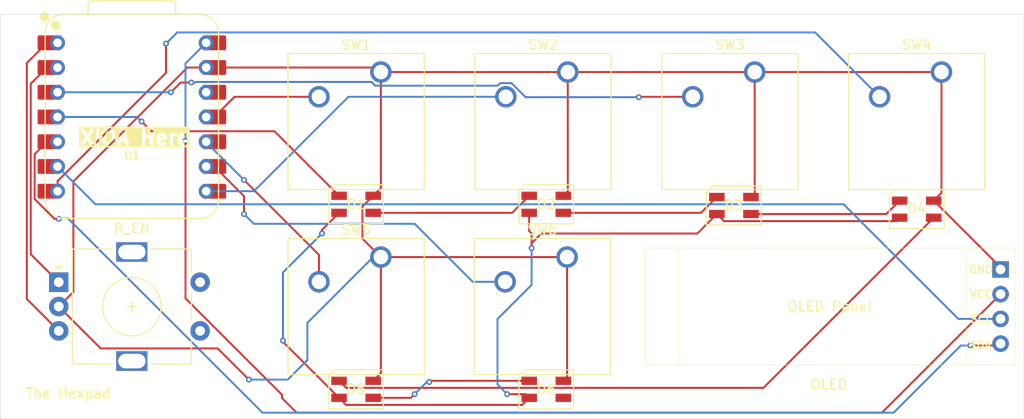
<source format=kicad_pcb>
(kicad_pcb (version 20241229) (generator "pcbnew") (generator_version "9.0")
  (layers (0 "F.Cu" signal) (2 "B.Cu" signal) (13 "F.Paste" user) (15 "B.Paste" user) (5 "F.SilkS" user "F.Silkscreen") (7 "B.SilkS" user "B.Silkscreen") (1 "F.Mask" user) (3 "B.Mask" user) (25 "Edge.Cuts" user))
  (net 0 "")
  (net 1 "Net-(D1-DIN)")
  (net 2 "Net-(D1-VDD)")
  (net 3 "Net-(D1-DOUT)")
  (net 4 "GND")
  (net 5 "Net-(D2-DOUT)")
  (net 6 "Net-(D3-DOUT)")
  (net 7 "Net-(D4-DOUT)")
  (net 8 "Net-(D5-DOUT)")
  (net 10 "Net-(U1-GPIO3{slash}MOSI)")
  (net 11 "Net-(U1-GPIO4{slash}MISO)")
  (net 12 "Net-(U1-GPIO1{slash}RX)")
  (net 13 "Net-(U1-GPIO2{slash}SCK)")
  (net 14 "Net-(U1-GPIO28{slash}ADC2{slash}A2)")
  (net 15 "Net-(U1-GPIO0{slash}TX)")
  (net 16 "+5V")
  (net 17 "Net-(U1-GPIO26{slash}ADC0{slash}A0)")
  (net 18 "Net-(J1-SDA)")
  (net 20 "Net-(J1-SCL)")
  (net 23 "Net-(U1-GPIO27{slash}ADC1{slash}A1)")
  (footprint "LED_SMD:LED_SK6812MINI_PLCC4_3.5x3.5mm_P1.75mm" (layer "F.Cu") (at 142.5 60 180)
    (property "Reference" "D2" (at 0 0 180) (layer "F.SilkS"))
    (property "Value" "SK6812MINI")
    (fp_line (start 2.8 1.4) (end 2.8 -2) (stroke (width 0.12)) (layer "F.SilkS"))
    (fp_line (start 2.8 1.4) (end 2.2 2) (stroke (width 0.12)) (layer "F.SilkS"))
    (fp_line (start -2.8 2) (end 2.2 2) (stroke (width 0.12)) (layer "F.SilkS"))
    (fp_line (start -2.8 -2) (end 2.8 -2) (stroke (width 0.12)) (layer "F.SilkS"))
    (fp_line (start -2.8 -2) (end -2.8 2) (stroke (width 0.12)) (layer "F.SilkS"))
    (pad "1" smd rect (at -1.75 -0.875 180) (size 1.6 0.85) (layers "F.Cu" "F.Mask" "F.Paste") (net 5 "Net-(D2-DOUT)"))
    (pad "2" smd rect (at -1.75 0.875 180) (size 1.6 0.85) (layers "F.Cu" "F.Mask" "F.Paste") (net 4 "GND"))
    (pad "3" smd rect (at 1.75 0.875 180) (size 1.6 0.85) (layers "F.Cu" "F.Mask" "F.Paste") (net 3 "Net-(D1-DOUT)"))
    (pad "4" smd rect (at 1.75 -0.875 180) (size 1.6 0.85) (layers "F.Cu" "F.Mask" "F.Paste") (net 2 "Net-(D1-VDD)"))
  )
  (footprint "Button_Switch_Keyboard:SW_Cherry_MX_1.00u_PCB" (layer "F.Cu") (at 163.88 46.42)
    (property "Reference" "SW3" (at -2.54 -2.794 0) (layer "F.SilkS"))
    (property "Value" "SW_Push")
    (fp_line (start -9.525 -1.905) (end 4.445 -1.905) (stroke (width 0.12)) (layer "F.SilkS"))
    (fp_line (start -9.525 12.065) (end -9.525 -1.905) (stroke (width 0.12)) (layer "F.SilkS"))
    (fp_line (start 4.445 -1.905) (end 4.445 12.065) (stroke (width 0.12)) (layer "F.SilkS"))
    (fp_line (start 4.445 12.065) (end -9.525 12.065) (stroke (width 0.12)) (layer "F.SilkS"))
    (pad "" np_thru_hole circle (at -7.62 5.08) (size 1.7 1.7) (drill 1.7) (layers "*.Cu" "*.Mask"))
    (pad "" np_thru_hole circle (at -2.54 5.08) (size 4 4) (drill 4) (layers "*.Cu" "*.Mask"))
    (pad "" np_thru_hole circle (at 2.54 5.08) (size 1.7 1.7) (drill 1.7) (layers "*.Cu" "*.Mask"))
    (pad "1" thru_hole circle (at 0 0) (size 2.2 2.2) (drill 1.5) (layers "*.Cu" "*.Mask") (net 4 "GND"))
    (pad "2" thru_hole circle (at -6.35 2.54) (size 2.2 2.2) (drill 1.5) (layers "*.Cu" "*.Mask") (net 14 "Net-(U1-GPIO28{slash}ADC2{slash}A2)"))
  )
  (footprint "OLED:SSD1306-0.91-OLED-4pin-128x32" (layer "F.Cu") (at 152.6 64.5)
    (property "Reference" "OLED" (at 18.885 14 180) (layer "F.SilkS"))
    (property "Value" "OLED_128x32")
    (fp_line (start 0 0) (end 0 12) (stroke (width 0.04)) (layer "F.SilkS"))
    (fp_line (start 0 12) (end 38 12) (stroke (width 0.04)) (layer "F.SilkS"))
    (fp_line (start 3.5 0) (end 3.5 12) (stroke (width 0.04)) (layer "F.SilkS"))
    (fp_line (start 33 0) (end 33 12) (stroke (width 0.04)) (layer "F.SilkS"))
    (fp_line (start 38 0) (end 0 0) (stroke (width 0.04)) (layer "F.SilkS"))
    (fp_line (start 38 12) (end 38 0) (stroke (width 0.04)) (layer "F.SilkS"))
    (fp_text user "SDA" (at 34.4 10 180) (layer "F.SilkS") (effects (font (size 0.8 0.8) (thickness 0.15) (bold yes))))
    (fp_text user "VCC" (at 34.5 4.73 180) (layer "F.SilkS") (effects (font (size 0.8 0.8) (thickness 0.15) (bold yes))))
    (fp_text user "SCL" (at 34.5 7.27 180) (layer "F.SilkS") (effects (font (size 0.8 0.8) (thickness 0.15) (bold yes))))
    (fp_text user "OLED Panel" (at 19 6 0) (layer "F.SilkS"))
    (fp_text user "GND" (at 34.5 2.19 180) (layer "F.SilkS") (effects (font (size 0.8 0.8))))
    (pad "1" thru_hole rect (at 36.5 2.19) (size 1.7 1.7) (drill 1) (layers "*.Cu" "*.Mask") (net 4 "GND"))
    (pad "2" thru_hole oval (at 36.5 4.73) (size 1.7 1.7) (drill 1) (layers "*.Cu" "*.Mask") (net 16 "+5V"))
    (pad "3" thru_hole oval (at 36.5 7.27) (size 1.7 1.7) (drill 1) (layers "*.Cu" "*.Mask") (net 20 "Net-(J1-SCL)"))
    (pad "4" thru_hole oval (at 36.5 9.81) (size 1.7 1.7) (drill 1) (layers "*.Cu" "*.Mask") (net 18 "Net-(J1-SDA)"))
  )
  (footprint "Button_Switch_Keyboard:SW_Cherry_MX_1.00u_PCB" (layer "F.Cu") (at 125.54 65.42)
    (property "Reference" "SW5" (at -2.54 -2.794 0) (layer "F.SilkS"))
    (property "Value" "SW_Push")
    (fp_line (start -9.525 -1.905) (end 4.445 -1.905) (stroke (width 0.12)) (layer "F.SilkS"))
    (fp_line (start -9.525 12.065) (end -9.525 -1.905) (stroke (width 0.12)) (layer "F.SilkS"))
    (fp_line (start 4.445 -1.905) (end 4.445 12.065) (stroke (width 0.12)) (layer "F.SilkS"))
    (fp_line (start 4.445 12.065) (end -9.525 12.065) (stroke (width 0.12)) (layer "F.SilkS"))
    (pad "" np_thru_hole circle (at -7.62 5.08) (size 1.7 1.7) (drill 1.7) (layers "*.Cu" "*.Mask"))
    (pad "" np_thru_hole circle (at -2.54 5.08) (size 4 4) (drill 4) (layers "*.Cu" "*.Mask"))
    (pad "" np_thru_hole circle (at 2.54 5.08) (size 1.7 1.7) (drill 1.7) (layers "*.Cu" "*.Mask"))
    (pad "1" thru_hole circle (at 0 0) (size 2.2 2.2) (drill 1.5) (layers "*.Cu" "*.Mask") (net 4 "GND"))
    (pad "2" thru_hole circle (at -6.35 2.54) (size 2.2 2.2) (drill 1.5) (layers "*.Cu" "*.Mask") (net 11 "Net-(U1-GPIO4{slash}MISO)"))
  )
  (footprint "Button_Switch_Keyboard:SW_Cherry_MX_1.00u_PCB" (layer "F.Cu") (at 125.54 46.42)
    (property "Reference" "SW1" (at -2.54 -2.794 0) (layer "F.SilkS"))
    (property "Value" "SW_Push")
    (fp_line (start -9.525 -1.905) (end 4.445 -1.905) (stroke (width 0.12)) (layer "F.SilkS"))
    (fp_line (start -9.525 12.065) (end -9.525 -1.905) (stroke (width 0.12)) (layer "F.SilkS"))
    (fp_line (start 4.445 -1.905) (end 4.445 12.065) (stroke (width 0.12)) (layer "F.SilkS"))
    (fp_line (start 4.445 12.065) (end -9.525 12.065) (stroke (width 0.12)) (layer "F.SilkS"))
    (pad "" np_thru_hole circle (at -7.62 5.08) (size 1.7 1.7) (drill 1.7) (layers "*.Cu" "*.Mask"))
    (pad "" np_thru_hole circle (at -2.54 5.08) (size 4 4) (drill 4) (layers "*.Cu" "*.Mask"))
    (pad "" np_thru_hole circle (at 2.54 5.08) (size 1.7 1.7) (drill 1.7) (layers "*.Cu" "*.Mask"))
    (pad "1" thru_hole circle (at 0 0) (size 2.2 2.2) (drill 1.5) (layers "*.Cu" "*.Mask") (net 4 "GND"))
    (pad "2" thru_hole circle (at -6.35 2.54) (size 2.2 2.2) (drill 1.5) (layers "*.Cu" "*.Mask") (net 10 "Net-(U1-GPIO3{slash}MOSI)"))
  )
  (footprint "LED_SMD:LED_SK6812MINI_PLCC4_3.5x3.5mm_P1.75mm" (layer "F.Cu") (at 142.5 79 180)
    (property "Reference" "D6" (at 0 0 180) (layer "F.SilkS"))
    (property "Value" "SK6812MINI")
    (fp_line (start 2.8 1.4) (end 2.8 -2) (stroke (width 0.12)) (layer "F.SilkS"))
    (fp_line (start 2.8 1.4) (end 2.2 2) (stroke (width 0.12)) (layer "F.SilkS"))
    (fp_line (start -2.8 2) (end 2.2 2) (stroke (width 0.12)) (layer "F.SilkS"))
    (fp_line (start -2.8 -2) (end 2.8 -2) (stroke (width 0.12)) (layer "F.SilkS"))
    (fp_line (start -2.8 -2) (end -2.8 2) (stroke (width 0.12)) (layer "F.SilkS"))
    (pad "1" smd rect (at -1.75 -0.875 180) (size 1.6 0.85) (layers "F.Cu" "F.Mask" "F.Paste"))
    (pad "2" smd rect (at -1.75 0.875 180) (size 1.6 0.85) (layers "F.Cu" "F.Mask" "F.Paste") (net 4 "GND"))
    (pad "3" smd rect (at 1.75 0.875 180) (size 1.6 0.85) (layers "F.Cu" "F.Mask" "F.Paste") (net 8 "Net-(D5-DOUT)"))
    (pad "4" smd rect (at 1.75 -0.875 180) (size 1.6 0.85) (layers "F.Cu" "F.Mask" "F.Paste") (net 2 "Net-(D1-VDD)"))
  )
  (footprint "LED_SMD:LED_SK6812MINI_PLCC4_3.5x3.5mm_P1.75mm" (layer "F.Cu") (at 180.5 60.5 180)
    (property "Reference" "D4" (at 0 0 180) (layer "F.SilkS"))
    (property "Value" "SK6812MINI")
    (fp_line (start 2.8 1.4) (end 2.8 -2) (stroke (width 0.12)) (layer "F.SilkS"))
    (fp_line (start 2.8 1.4) (end 2.2 2) (stroke (width 0.12)) (layer "F.SilkS"))
    (fp_line (start -2.8 2) (end 2.2 2) (stroke (width 0.12)) (layer "F.SilkS"))
    (fp_line (start -2.8 -2) (end 2.8 -2) (stroke (width 0.12)) (layer "F.SilkS"))
    (fp_line (start -2.8 -2) (end -2.8 2) (stroke (width 0.12)) (layer "F.SilkS"))
    (pad "1" smd rect (at -1.75 -0.875 180) (size 1.6 0.85) (layers "F.Cu" "F.Mask" "F.Paste") (net 7 "Net-(D4-DOUT)"))
    (pad "2" smd rect (at -1.75 0.875 180) (size 1.6 0.85) (layers "F.Cu" "F.Mask" "F.Paste") (net 4 "GND"))
    (pad "3" smd rect (at 1.75 0.875 180) (size 1.6 0.85) (layers "F.Cu" "F.Mask" "F.Paste") (net 6 "Net-(D3-DOUT)"))
    (pad "4" smd rect (at 1.75 -0.875 180) (size 1.6 0.85) (layers "F.Cu" "F.Mask" "F.Paste") (net 2 "Net-(D1-VDD)"))
  )
  (footprint "Button_Switch_Keyboard:SW_Cherry_MX_1.00u_PCB" (layer "F.Cu") (at 144.64 65.42)
    (property "Reference" "SW6" (at -2.54 -2.794 0) (layer "F.SilkS"))
    (property "Value" "SW_Push")
    (fp_line (start -9.525 -1.905) (end 4.445 -1.905) (stroke (width 0.12)) (layer "F.SilkS"))
    (fp_line (start -9.525 12.065) (end -9.525 -1.905) (stroke (width 0.12)) (layer "F.SilkS"))
    (fp_line (start 4.445 -1.905) (end 4.445 12.065) (stroke (width 0.12)) (layer "F.SilkS"))
    (fp_line (start 4.445 12.065) (end -9.525 12.065) (stroke (width 0.12)) (layer "F.SilkS"))
    (pad "" np_thru_hole circle (at -7.62 5.08) (size 1.7 1.7) (drill 1.7) (layers "*.Cu" "*.Mask"))
    (pad "" np_thru_hole circle (at -2.54 5.08) (size 4 4) (drill 4) (layers "*.Cu" "*.Mask"))
    (pad "" np_thru_hole circle (at 2.54 5.08) (size 1.7 1.7) (drill 1.7) (layers "*.Cu" "*.Mask"))
    (pad "1" thru_hole circle (at 0 0) (size 2.2 2.2) (drill 1.5) (layers "*.Cu" "*.Mask") (net 4 "GND"))
    (pad "2" thru_hole circle (at -6.35 2.54) (size 2.2 2.2) (drill 1.5) (layers "*.Cu" "*.Mask") (net 13 "Net-(U1-GPIO2{slash}SCK)"))
  )
  (footprint "LED_SMD:LED_SK6812MINI_PLCC4_3.5x3.5mm_P1.75mm" (layer "F.Cu") (at 161.75 60.125 180)
    (property "Reference" "D3" (at 0 0 180) (layer "F.SilkS"))
    (property "Value" "SK6812MINI")
    (fp_line (start 2.8 1.4) (end 2.8 -2) (stroke (width 0.12)) (layer "F.SilkS"))
    (fp_line (start 2.8 1.4) (end 2.2 2) (stroke (width 0.12)) (layer "F.SilkS"))
    (fp_line (start -2.8 2) (end 2.2 2) (stroke (width 0.12)) (layer "F.SilkS"))
    (fp_line (start -2.8 -2) (end 2.8 -2) (stroke (width 0.12)) (layer "F.SilkS"))
    (fp_line (start -2.8 -2) (end -2.8 2) (stroke (width 0.12)) (layer "F.SilkS"))
    (pad "1" smd rect (at -1.75 -0.875 180) (size 1.6 0.85) (layers "F.Cu" "F.Mask" "F.Paste") (net 6 "Net-(D3-DOUT)"))
    (pad "2" smd rect (at -1.75 0.875 180) (size 1.6 0.85) (layers "F.Cu" "F.Mask" "F.Paste") (net 4 "GND"))
    (pad "3" smd rect (at 1.75 0.875 180) (size 1.6 0.85) (layers "F.Cu" "F.Mask" "F.Paste") (net 5 "Net-(D2-DOUT)"))
    (pad "4" smd rect (at 1.75 -0.875 180) (size 1.6 0.85) (layers "F.Cu" "F.Mask" "F.Paste") (net 2 "Net-(D1-VDD)"))
  )
  (footprint "OPL:XIAO-RP2040-DIP" (layer "F.Cu") (at 100 51.036142)
    (property "Reference" "U1" (at 0 3.963858 0) (layer "F.SilkS") (effects (font (size 0.8 0.8) (thickness 0.15) (bold yes))))
    (property "Value" "XIAO-RP2040-DIP")
    (fp_line (start -8.89 8.509) (end -8.89 -8.636) (stroke (width 0.127)) (layer "F.SilkS"))
    (fp_line (start -6.985 10.414) (end 6.985 10.414) (stroke (width 0.127)) (layer "F.SilkS"))
    (fp_line (start -4.495 -10.541) (end -4.491272 -11.451272) (stroke (width 0.127)) (layer "F.SilkS"))
    (fp_line (start -3.991272 -11.951) (end 4.004 -11.951) (stroke (width 0.127)) (layer "F.SilkS"))
    (fp_line (start 4.504 -11.451) (end 4.504 -10.541) (stroke (width 0.127)) (layer "F.SilkS"))
    (fp_line (start 6.985 -10.541) (end -6.985 -10.541) (stroke (width 0.1)) (layer "F.SilkS"))
    (fp_line (start 6.985 -10.541) (end -6.985 -10.541) (stroke (width 0.127)) (layer "F.SilkS"))
    (fp_line (start 8.89 8.509) (end 8.89 -8.636) (stroke (width 0.127)) (layer "F.SilkS"))
    (fp_arc (start -8.89 -8.636) (mid -8.332038 -9.983038) (end -6.985 -10.541) (stroke (width 0.127)) (layer "F.SilkS"))
    (fp_arc (start -6.985 10.414) (mid -8.332038 9.856038) (end -8.89 8.509) (stroke (width 0.127)) (layer "F.SilkS"))
    (fp_arc (start -4.491272 -11.451272) (mid -4.344728 -11.80464) (end -3.991272 -11.951) (stroke (width 0.127)) (layer "F.SilkS"))
    (fp_arc (start 4.004 -11.951) (mid 4.357553 -11.804553) (end 4.504 -11.451) (stroke (width 0.127)) (layer "F.SilkS"))
    (fp_arc (start 6.985 -10.541) (mid 8.332038 -9.983038) (end 8.89 -8.636) (stroke (width 0.127)) (layer "F.SilkS"))
    (fp_arc (start 8.89 8.509) (mid 8.332038 9.856038) (end 6.985 10.414) (stroke (width 0.127)) (layer "F.SilkS"))
    (fp_circle (center -8.95 -10.3) (end -8.95 -10.554) (stroke (width 0.5)) (fill yes) (layer "F.SilkS"))
    (fp_circle (center -7.807 -9.42) (end -7.807 -9.674) (stroke (width 0.5)) (fill yes) (layer "F.SilkS"))
    (pad "1" smd roundrect (at -8.455 -7.62 180) (size 2.432 1.524) (layers "F.Cu" "F.Mask") (roundrect_rratio 0.1) (net 17 "Net-(U1-GPIO26{slash}ADC0{slash}A0)"))
    (pad "1" thru_hole circle (at -7.62 -7.62 180) (size 1.524 1.524) (drill 0.889) (layers "*.Cu" "*.Mask") (net 17 "Net-(U1-GPIO26{slash}ADC0{slash}A0)"))
    (pad "2" smd roundrect (at -8.455 -5.08 180) (size 2.432 1.524) (layers "F.Cu" "F.Mask") (roundrect_rratio 0.1) (net 23 "Net-(U1-GPIO27{slash}ADC1{slash}A1)"))
    (pad "2" thru_hole circle (at -7.62 -5.08 180) (size 1.524 1.524) (drill 0.889) (layers "*.Cu" "*.Mask") (net 23 "Net-(U1-GPIO27{slash}ADC1{slash}A1)"))
    (pad "3" smd roundrect (at -8.455 -2.54 180) (size 2.432 1.524) (layers "F.Cu" "F.Mask") (roundrect_rratio 0.1) (net 14 "Net-(U1-GPIO28{slash}ADC2{slash}A2)"))
    (pad "3" thru_hole circle (at -7.62 -2.54 180) (size 1.524 1.524) (drill 0.889) (layers "*.Cu" "*.Mask") (net 14 "Net-(U1-GPIO28{slash}ADC2{slash}A2)"))
    (pad "4" smd roundrect (at -8.455 0 180) (size 2.432 1.524) (layers "F.Cu" "F.Mask") (roundrect_rratio 0.1) (net 1 "Net-(D1-DIN)"))
    (pad "4" thru_hole circle (at -7.62 0 180) (size 1.524 1.524) (drill 0.889) (layers "*.Cu" "*.Mask") (net 1 "Net-(D1-DIN)"))
    (pad "5" smd roundrect (at -8.455 2.54 180) (size 2.432 1.524) (layers "F.Cu" "F.Mask") (roundrect_rratio 0.1) (net 18 "Net-(J1-SDA)"))
    (pad "5" thru_hole circle (at -7.62 2.54 180) (size 1.524 1.524) (drill 0.889) (layers "*.Cu" "*.Mask") (net 18 "Net-(J1-SDA)"))
    (pad "6" smd roundrect (at -8.455 5.08 180) (size 2.432 1.524) (layers "F.Cu" "F.Mask") (roundrect_rratio 0.1) (net 20 "Net-(J1-SCL)"))
    (pad "6" thru_hole circle (at -7.62 5.08 180) (size 1.524 1.524) (drill 0.889) (layers "*.Cu" "*.Mask") (net 20 "Net-(J1-SCL)"))
    (pad "7" smd roundrect (at -8.455 7.62 180) (size 2.432 1.524) (layers "F.Cu" "F.Mask") (roundrect_rratio 0.1) (net 15 "Net-(U1-GPIO0{slash}TX)"))
    (pad "7" thru_hole circle (at -7.62 7.62 180) (size 1.524 1.524) (drill 0.889) (layers "*.Cu" "*.Mask") (net 15 "Net-(U1-GPIO0{slash}TX)"))
    (pad "8" thru_hole circle (at 7.62 7.62) (size 1.524 1.524) (drill 0.889) (layers "*.Cu" "*.Mask") (net 12 "Net-(U1-GPIO1{slash}RX)"))
    (pad "8" smd roundrect (at 8.455 7.62) (size 2.432 1.524) (layers "F.Cu" "F.Mask") (roundrect_rratio 0.1) (net 12 "Net-(U1-GPIO1{slash}RX)"))
    (pad "9" thru_hole circle (at 7.62 5.08) (size 1.524 1.524) (drill 0.889) (layers "*.Cu" "*.Mask") (net 13 "Net-(U1-GPIO2{slash}SCK)"))
    (pad "9" smd roundrect (at 8.455 5.08) (size 2.432 1.524) (layers "F.Cu" "F.Mask") (roundrect_rratio 0.1) (net 13 "Net-(U1-GPIO2{slash}SCK)"))
    (pad "10" thru_hole circle (at 7.62 2.54) (size 1.524 1.524) (drill 0.889) (layers "*.Cu" "*.Mask") (net 11 "Net-(U1-GPIO4{slash}MISO)"))
    (pad "10" smd roundrect (at 8.455 2.54) (size 2.432 1.524) (layers "F.Cu" "F.Mask") (roundrect_rratio 0.1) (net 11 "Net-(U1-GPIO4{slash}MISO)"))
    (pad "11" thru_hole circle (at 7.62 0) (size 1.524 1.524) (drill 0.889) (layers "*.Cu" "*.Mask") (net 10 "Net-(U1-GPIO3{slash}MOSI)"))
    (pad "11" smd roundrect (at 8.455 0) (size 2.432 1.524) (layers "F.Cu" "F.Mask") (roundrect_rratio 0.1) (net 10 "Net-(U1-GPIO3{slash}MOSI)"))
    (pad "12" thru_hole circle (at 7.62 -2.54) (size 1.524 1.524) (drill 0.889) (layers "*.Cu" "*.Mask"))
    (pad "12" smd roundrect (at 8.455 -2.54) (size 2.432 1.524) (layers "F.Cu" "F.Mask") (roundrect_rratio 0.1))
    (pad "13" thru_hole circle (at 7.62 -5.08) (size 1.524 1.524) (drill 0.889) (layers "*.Cu" "*.Mask") (net 4 "GND"))
    (pad "13" smd roundrect (at 8.455 -5.08) (size 2.432 1.524) (layers "F.Cu" "F.Mask") (roundrect_rratio 0.1) (net 4 "GND"))
    (pad "14" thru_hole circle (at 7.62 -7.62) (size 1.524 1.524) (drill 0.889) (layers "*.Cu" "*.Mask") (net 16 "+5V"))
    (pad "14" smd roundrect (at 8.455 -7.62) (size 2.432 1.524) (layers "F.Cu" "F.Mask") (roundrect_rratio 0.1) (net 16 "+5V"))
  )
  (footprint "Button_Switch_Keyboard:SW_Cherry_MX_1.00u_PCB" (layer "F.Cu") (at 183.04 46.42)
    (property "Reference" "SW4" (at -2.54 -2.794 0) (layer "F.SilkS"))
    (property "Value" "SW_Push")
    (fp_line (start -9.525 -1.905) (end 4.445 -1.905) (stroke (width 0.12)) (layer "F.SilkS"))
    (fp_line (start -9.525 12.065) (end -9.525 -1.905) (stroke (width 0.12)) (layer "F.SilkS"))
    (fp_line (start 4.445 -1.905) (end 4.445 12.065) (stroke (width 0.12)) (layer "F.SilkS"))
    (fp_line (start 4.445 12.065) (end -9.525 12.065) (stroke (width 0.12)) (layer "F.SilkS"))
    (pad "" np_thru_hole circle (at -7.62 5.08) (size 1.7 1.7) (drill 1.7) (layers "*.Cu" "*.Mask"))
    (pad "" np_thru_hole circle (at -2.54 5.08) (size 4 4) (drill 4) (layers "*.Cu" "*.Mask"))
    (pad "" np_thru_hole circle (at 2.54 5.08) (size 1.7 1.7) (drill 1.7) (layers "*.Cu" "*.Mask"))
    (pad "1" thru_hole circle (at 0 0) (size 2.2 2.2) (drill 1.5) (layers "*.Cu" "*.Mask") (net 4 "GND"))
    (pad "2" thru_hole circle (at -6.35 2.54) (size 2.2 2.2) (drill 1.5) (layers "*.Cu" "*.Mask") (net 15 "Net-(U1-GPIO0{slash}TX)"))
  )
  (footprint "Rotary Encoders:RotaryEncoder_Alps_EC11E-Switch_Vertical_H20mm" (layer "F.Cu") (at 92.5 68)
    (property "Reference" "R_EN" (at 7.5 -5.5 0) (layer "F.SilkS"))
    (property "Value" "RotaryEncoder_Switch")
    (fp_line (start -0.3 -1.6) (end 0.3 -1.6) (stroke (width 0.12)) (layer "F.SilkS"))
    (fp_line (start 0 -1.3) (end -0.3 -1.6) (stroke (width 0.12)) (layer "F.SilkS"))
    (fp_line (start 0.3 -1.6) (end 0 -1.3) (stroke (width 0.12)) (layer "F.SilkS"))
    (fp_line (start 1.4 -3.4) (end 1.4 8.4) (stroke (width 0.12)) (layer "F.SilkS"))
    (fp_line (start 5.5 -3.4) (end 1.4 -3.4) (stroke (width 0.12)) (layer "F.SilkS"))
    (fp_line (start 5.5 8.4) (end 1.4 8.4) (stroke (width 0.12)) (layer "F.SilkS"))
    (fp_line (start 7 2.5) (end 8 2.5) (stroke (width 0.12)) (layer "F.SilkS"))
    (fp_line (start 7.5 2) (end 7.5 3) (stroke (width 0.12)) (layer "F.SilkS"))
    (fp_line (start 9.5 -3.4) (end 13.6 -3.4) (stroke (width 0.12)) (layer "F.SilkS"))
    (fp_line (start 13.6 -3.4) (end 13.6 -1) (stroke (width 0.12)) (layer "F.SilkS"))
    (fp_line (start 13.6 1.2) (end 13.6 3.8) (stroke (width 0.12)) (layer "F.SilkS"))
    (fp_line (start 13.6 6) (end 13.6 8.4) (stroke (width 0.12)) (layer "F.SilkS"))
    (fp_line (start 13.6 8.4) (end 9.5 8.4) (stroke (width 0.12)) (layer "F.SilkS"))
    (fp_circle (center 7.5 2.5) (end 10.5 2.5) (stroke (width 0.12)) (fill no) (layer "F.SilkS"))
    (pad "A" thru_hole rect (at 0 0) (size 2 2) (drill 1) (layers "*.Cu" "*.Mask") (net 23 "Net-(U1-GPIO27{slash}ADC1{slash}A1)"))
    (pad "B" thru_hole circle (at 0 5) (size 2 2) (drill 1) (layers "*.Cu" "*.Mask") (net 17 "Net-(U1-GPIO26{slash}ADC0{slash}A0)"))
    (pad "C" thru_hole circle (at 0 2.5) (size 2 2) (drill 1) (layers "*.Cu" "*.Mask") (net 4 "GND"))
    (pad "MP" thru_hole rect (at 7.5 -3.1) (size 3.2 2) (drill oval 2.8 1.5) (layers "*.Cu" "*.Mask"))
    (pad "MP" thru_hole rect (at 7.5 8.1) (size 3.2 2) (drill oval 2.8 1.5) (layers "*.Cu" "*.Mask"))
    (pad "S1" thru_hole circle (at 14.5 5) (size 2 2) (drill 1) (layers "*.Cu" "*.Mask"))
    (pad "S2" thru_hole circle (at 14.5 0) (size 2 2) (drill 1) (layers "*.Cu" "*.Mask"))
  )
  (footprint "LED_SMD:LED_SK6812MINI_PLCC4_3.5x3.5mm_P1.75mm" (layer "F.Cu") (at 123 79 180)
    (property "Reference" "D5" (at 0 0 180) (layer "F.SilkS"))
    (property "Value" "SK6812MINI")
    (fp_line (start 2.8 1.4) (end 2.8 -2) (stroke (width 0.12)) (layer "F.SilkS"))
    (fp_line (start 2.8 1.4) (end 2.2 2) (stroke (width 0.12)) (layer "F.SilkS"))
    (fp_line (start -2.8 2) (end 2.2 2) (stroke (width 0.12)) (layer "F.SilkS"))
    (fp_line (start -2.8 -2) (end 2.8 -2) (stroke (width 0.12)) (layer "F.SilkS"))
    (fp_line (start -2.8 -2) (end -2.8 2) (stroke (width 0.12)) (layer "F.SilkS"))
    (pad "1" smd rect (at -1.75 -0.875 180) (size 1.6 0.85) (layers "F.Cu" "F.Mask" "F.Paste") (net 8 "Net-(D5-DOUT)"))
    (pad "2" smd rect (at -1.75 0.875 180) (size 1.6 0.85) (layers "F.Cu" "F.Mask" "F.Paste") (net 4 "GND"))
    (pad "3" smd rect (at 1.75 0.875 180) (size 1.6 0.85) (layers "F.Cu" "F.Mask" "F.Paste") (net 7 "Net-(D4-DOUT)"))
    (pad "4" smd rect (at 1.75 -0.875 180) (size 1.6 0.85) (layers "F.Cu" "F.Mask" "F.Paste") (net 2 "Net-(D1-VDD)"))
  )
  (footprint "LED_SMD:LED_SK6812MINI_PLCC4_3.5x3.5mm_P1.75mm" (layer "F.Cu") (at 123 60 180)
    (property "Reference" "D1" (at 0 0 180) (layer "F.SilkS"))
    (property "Value" "SK6812MINI")
    (fp_line (start 2.8 1.4) (end 2.8 -2) (stroke (width 0.12)) (layer "F.SilkS"))
    (fp_line (start 2.8 1.4) (end 2.2 2) (stroke (width 0.12)) (layer "F.SilkS"))
    (fp_line (start -2.8 2) (end 2.2 2) (stroke (width 0.12)) (layer "F.SilkS"))
    (fp_line (start -2.8 -2) (end 2.8 -2) (stroke (width 0.12)) (layer "F.SilkS"))
    (fp_line (start -2.8 -2) (end -2.8 2) (stroke (width 0.12)) (layer "F.SilkS"))
    (pad "1" smd rect (at -1.75 -0.875 180) (size 1.6 0.85) (layers "F.Cu" "F.Mask" "F.Paste") (net 3 "Net-(D1-DOUT)"))
    (pad "2" smd rect (at -1.75 0.875 180) (size 1.6 0.85) (layers "F.Cu" "F.Mask" "F.Paste") (net 4 "GND"))
    (pad "3" smd rect (at 1.75 0.875 180) (size 1.6 0.85) (layers "F.Cu" "F.Mask" "F.Paste") (net 1 "Net-(D1-DIN)"))
    (pad "4" smd rect (at 1.75 -0.875 180) (size 1.6 0.85) (layers "F.Cu" "F.Mask" "F.Paste") (net 2 "Net-(D1-VDD)"))
  )
  (footprint "Button_Switch_Keyboard:SW_Cherry_MX_1.00u_PCB" (layer "F.Cu") (at 144.71 46.42)
    (property "Reference" "SW2" (at -2.54 -2.794 0) (layer "F.SilkS"))
    (property "Value" "SW_Push")
    (fp_line (start -9.525 -1.905) (end 4.445 -1.905) (stroke (width 0.12)) (layer "F.SilkS"))
    (fp_line (start -9.525 12.065) (end -9.525 -1.905) (stroke (width 0.12)) (layer "F.SilkS"))
    (fp_line (start 4.445 -1.905) (end 4.445 12.065) (stroke (width 0.12)) (layer "F.SilkS"))
    (fp_line (start 4.445 12.065) (end -9.525 12.065) (stroke (width 0.12)) (layer "F.SilkS"))
    (pad "" np_thru_hole circle (at -7.62 5.08) (size 1.7 1.7) (drill 1.7) (layers "*.Cu" "*.Mask"))
    (pad "" np_thru_hole circle (at -2.54 5.08) (size 4 4) (drill 4) (layers "*.Cu" "*.Mask"))
    (pad "" np_thru_hole circle (at 2.54 5.08) (size 1.7 1.7) (drill 1.7) (layers "*.Cu" "*.Mask"))
    (pad "1" thru_hole circle (at 0 0) (size 2.2 2.2) (drill 1.5) (layers "*.Cu" "*.Mask") (net 4 "GND"))
    (pad "2" thru_hole circle (at -6.35 2.54) (size 2.2 2.2) (drill 1.5) (layers "*.Cu" "*.Mask") (net 12 "Net-(U1-GPIO1{slash}RX)"))
  )
  (gr_rect (start 86.5 40.5) (end 191.5 82) (stroke (width 0.05)) (fill no) (layer "Edge.Cuts"))
  (gr_text "The Hexpad" (at 89 80 0) (layer "F.SilkS") (effects (font (size 1 1) (thickness 0.2) (bold yes)) (justify left bottom)))
  (gr_text "XIOA Here" (at 94.5 54.036142 0) (layer "F.SilkS" knockout) (effects (font (size 1.5 1.5) (thickness 0.3) (bold yes)) (justify left bottom)))
  (segment (start 114.625 52.5) (end 102 52.5) (width 0.2) (layer "F.Cu") (net 1))
  (segment (start 121.25 59.125) (end 114.625 52.5) (width 0.2) (layer "F.Cu") (net 1))
  (segment (start 102 52.5) (end 101 51.5) (width 0.2) (layer "F.Cu") (net 1))
  (via (at 101 51.5) (size 0.6) (drill 0.3) (layers "F.Cu" "B.Cu") (net 1))
  (segment (start 100.536142 51.036142) (end 92.38 51.036142) (width 0.2) (layer "B.Cu") (net 1))
  (segment (start 101 51.5) (end 100.536142 51.036142) (width 0.2) (layer "B.Cu") (net 1))
  (segment (start 142 63) (end 158 63) (width 0.2) (layer "F.Cu") (net 2))
  (segment (start 178.75 61.375) (end 178.399 61.726) (width 0.2) (layer "F.Cu") (net 2))
  (segment (start 141 64.5) (end 141 63) (width 0.2) (layer "F.Cu") (net 2))
  (segment (start 141 63) (end 140.75 62.75) (width 0.2) (layer "F.Cu") (net 2))
  (segment (start 115.5 74.125) (end 115.5 74) (width 0.2) (layer "F.Cu") (net 2))
  (segment (start 158 63) (end 160 61) (width 0.2) (layer "F.Cu") (net 2))
  (segment (start 160.726 61.726) (end 160 61) (width 0.2) (layer "F.Cu") (net 2))
  (segment (start 121.25 79.875) (end 121.976 80.601) (width 0.2) (layer "F.Cu") (net 2))
  (segment (start 141 64) (end 142 63) (width 0.2) (layer "F.Cu") (net 2))
  (segment (start 121.976 80.601) (end 140.024 80.601) (width 0.2) (layer "F.Cu") (net 2))
  (segment (start 140.375 79.5) (end 140.75 79.875) (width 0.2) (layer "F.Cu") (net 2))
  (segment (start 121.25 79.875) (end 115.5 74.125) (width 0.2) (layer "F.Cu") (net 2))
  (segment (start 141 64.5) (end 141 64) (width 0.2) (layer "F.Cu") (net 2))
  (segment (start 119.5 62.625) (end 121.25 60.875) (width 0.2) (layer "F.Cu") (net 2))
  (segment (start 178.399 61.726) (end 160.726 61.726) (width 0.2) (layer "F.Cu") (net 2))
  (segment (start 138.5 79.5) (end 140.375 79.5) (width 0.2) (layer "F.Cu") (net 2))
  (segment (start 119.5 63) (end 119.5 62.625) (width 0.2) (layer "F.Cu") (net 2))
  (segment (start 140.024 80.601) (end 140.75 79.875) (width 0.2) (layer "F.Cu") (net 2))
  (segment (start 140.75 62.75) (end 140.75 60.875) (width 0.2) (layer "F.Cu") (net 2))
  (via (at 138.5 79.5) (size 0.6) (drill 0.3) (layers "F.Cu" "B.Cu") (net 2))
  (via (at 141 64.5) (size 0.6) (drill 0.3) (layers "F.Cu" "B.Cu") (net 2))
  (via (at 119.5 63) (size 0.6) (drill 0.3) (layers "F.Cu" "B.Cu") (net 2))
  (via (at 115.5 74) (size 0.6) (drill 0.3) (layers "F.Cu" "B.Cu") (net 2))
  (segment (start 115.5 74) (end 115.5 67) (width 0.2) (layer "B.Cu") (net 2))
  (segment (start 137.5 78.5) (end 138.5 79.5) (width 0.2) (layer "B.Cu") (net 2))
  (segment (start 141 68.275184) (end 137.5 71.775184) (width 0.2) (layer "B.Cu") (net 2))
  (segment (start 137.5 71.775184) (end 137.5 78.5) (width 0.2) (layer "B.Cu") (net 2))
  (segment (start 141 64.5) (end 141 68.275184) (width 0.2) (layer "B.Cu") (net 2))
  (segment (start 115.5 67) (end 119.5 63) (width 0.2) (layer "B.Cu") (net 2))
  (segment (start 139 60.875) (end 140.75 59.125) (width 0.2) (layer "F.Cu") (net 3))
  (segment (start 124.75 60.875) (end 139 60.875) (width 0.2) (layer "F.Cu") (net 3))
  (segment (start 125.54 77.335) (end 125.54 65.42) (width 0.2) (layer "F.Cu") (net 4))
  (segment (start 108.799 74.799) (end 96.799 74.799) (width 0.2) (layer "F.Cu") (net 4))
  (segment (start 105.693914 45.956142) (end 107.62 45.956142) (width 0.2) (layer "F.Cu") (net 4))
  (segment (start 163.88 58.87) (end 163.5 59.25) (width 0.2) (layer "F.Cu") (net 4))
  (segment (start 96.799 74.799) (end 92.5 70.5) (width 0.2) (layer "F.Cu") (net 4))
  (segment (start 123.649 63.529) (end 123.649 60.226) (width 0.2) (layer "F.Cu") (net 4))
  (segment (start 112 78) (end 108.799 74.799) (width 0.2) (layer "F.Cu") (net 4))
  (segment (start 144.71 46.42) (end 144.71 58.665) (width 0.2) (layer "F.Cu") (net 4))
  (segment (start 144.25 78.125) (end 144.64 77.735) (width 0.2) (layer "F.Cu") (net 4))
  (segment (start 94 69) (end 94 57.650056) (width 0.2) (layer "F.Cu") (net 4))
  (segment (start 144.64 77.735) (end 144.64 65.42) (width 0.2) (layer "F.Cu") (net 4))
  (segment (start 163.88 46.42) (end 183.04 46.42) (width 0.2) (layer "F.Cu") (net 4))
  (segment (start 183.04 58.835) (end 182.25 59.625) (width 0.2) (layer "F.Cu") (net 4))
  (segment (start 144.71 58.665) (end 144.25 59.125) (width 0.2) (layer "F.Cu") (net 4))
  (segment (start 123.649 60.226) (end 124.75 59.125) (width 0.2) (layer "F.Cu") (net 4))
  (segment (start 189.1 66.475) (end 189.1 66.69) (width 0.2) (layer "F.Cu") (net 4))
  (segment (start 125.54 46.42) (end 144.71 46.42) (width 0.2) (layer "F.Cu") (net 4))
  (segment (start 144.71 46.42) (end 163.88 46.42) (width 0.2) (layer "F.Cu") (net 4))
  (segment (start 125.076142 45.956142) (end 125.54 46.42) (width 0.2) (layer "F.Cu") (net 4))
  (segment (start 183.04 46.42) (end 183.04 58.835) (width 0.2) (layer "F.Cu") (net 4))
  (segment (start 124.75 78.125) (end 125.54 77.335) (width 0.2) (layer "F.Cu") (net 4))
  (segment (start 107.62 45.956142) (end 125.076142 45.956142) (width 0.2) (layer "F.Cu") (net 4))
  (segment (start 124.75 59.125) (end 125.54 58.335) (width 0.2) (layer "F.Cu") (net 4))
  (segment (start 125.54 65.42) (end 144.64 65.42) (width 0.2) (layer "F.Cu") (net 4))
  (segment (start 94 57.650056) (end 105.693914 45.956142) (width 0.2) (layer "F.Cu") (net 4))
  (segment (start 163.88 46.42) (end 163.88 58.87) (width 0.2) (layer "F.Cu") (net 4))
  (segment (start 125.54 58.335) (end 125.54 46.42) (width 0.2) (layer "F.Cu") (net 4))
  (segment (start 182.25 59.625) (end 189.1 66.475) (width 0.2) (layer "F.Cu") (net 4))
  (segment (start 92.5 70.5) (end 94 69) (width 0.2) (layer "F.Cu") (net 4))
  (segment (start 125.54 65.42) (end 123.649 63.529) (width 0.2) (layer "F.Cu") (net 4))
  (via (at 112 78) (size 0.6) (drill 0.3) (layers "F.Cu" "B.Cu") (net 4))
  (segment (start 124.755184 65.42) (end 118 72.175184) (width 0.2) (layer "B.Cu") (net 4))
  (segment (start 118 76) (end 116 78) (width 0.2) (layer "B.Cu") (net 4))
  (segment (start 116 78) (end 112 78) (width 0.2) (layer "B.Cu") (net 4))
  (segment (start 118 72.175184) (end 118 76) (width 0.2) (layer "B.Cu") (net 4))
  (segment (start 125.54 65.42) (end 124.755184 65.42) (width 0.2) (layer "B.Cu") (net 4))
  (segment (start 158.375 60.875) (end 160 59.25) (width 0.2) (layer "F.Cu") (net 5))
  (segment (start 144.25 60.875) (end 158.375 60.875) (width 0.2) (layer "F.Cu") (net 5))
  (segment (start 163.5 61) (end 177.375 61) (width 0.2) (layer "F.Cu") (net 6))
  (segment (start 177.375 61) (end 178.75 59.625) (width 0.2) (layer "F.Cu") (net 6))
  (segment (start 121.976 78.851) (end 121.25 78.125) (width 0.2) (layer "F.Cu") (net 7))
  (segment (start 164.774 78.851) (end 121.976 78.851) (width 0.2) (layer "F.Cu") (net 7))
  (segment (start 182.25 61.375) (end 164.774 78.851) (width 0.2) (layer "F.Cu") (net 7))
  (segment (start 128.625 79.875) (end 124.75 79.875) (width 0.2) (layer "F.Cu") (net 8))
  (segment (start 129 79.5) (end 128.625 79.875) (width 0.2) (layer "F.Cu") (net 8))
  (segment (start 130.626 78.125) (end 130.5 78.251) (width 0.2) (layer "F.Cu") (net 8))
  (segment (start 140.75 78.125) (end 130.626 78.125) (width 0.2) (layer "F.Cu") (net 8))
  (via (at 130.5 78.251) (size 0.6) (drill 0.3) (layers "F.Cu" "B.Cu") (net 8))
  (via (at 129 79.5) (size 0.6) (drill 0.3) (layers "F.Cu" "B.Cu") (net 8))
  (segment (start 130.249 78.251) (end 129 79.5) (width 0.2) (layer "B.Cu") (net 8))
  (segment (start 130.5 78.251) (end 130.249 78.251) (width 0.2) (layer "B.Cu") (net 8))
  (segment (start 119.19 48.96) (end 110.531142 48.96) (width 0.2) (layer "F.Cu") (net 10))
  (segment (start 110.531142 48.96) (end 108.455 51.036142) (width 0.2) (layer "F.Cu") (net 10))
  (segment (start 119.19 65.19) (end 111.5 57.5) (width 0.2) (layer "F.Cu") (net 11))
  (segment (start 119.19 67.96) (end 119.19 65.19) (width 0.2) (layer "F.Cu") (net 11))
  (via (at 111.5 57.5) (size 0.6) (drill 0.3) (layers "F.Cu" "B.Cu") (net 11))
  (segment (start 111.5 57.5) (end 107.62 53.62) (width 0.2) (layer "B.Cu") (net 11))
  (segment (start 107.62 53.62) (end 107.62 53.576142) (width 0.2) (layer "B.Cu") (net 11))
  (segment (start 112.519042 58.656142) (end 107.62 58.656142) (width 0.2) (layer "B.Cu") (net 12))
  (segment (start 122.215184 48.96) (end 112.519042 58.656142) (width 0.2) (layer "B.Cu") (net 12))
  (segment (start 138.36 48.96) (end 122.215184 48.96) (width 0.2) (layer "B.Cu") (net 12))
  (segment (start 111.5 61) (end 111.5 59.161142) (width 0.2) (layer "F.Cu") (net 13))
  (segment (start 111.5 59.161142) (end 108.455 56.116142) (width 0.2) (layer "F.Cu") (net 13))
  (via (at 111.5 61) (size 0.6) (drill 0.3) (layers "F.Cu" "B.Cu") (net 13))
  (segment (start 134.96 67.96) (end 129 62) (width 0.2) (layer "B.Cu") (net 13))
  (segment (start 112.5 62) (end 111.5 61) (width 0.2) (layer "B.Cu") (net 13))
  (segment (start 129 62) (end 112.5 62) (width 0.2) (layer "B.Cu") (net 13))
  (segment (start 138.29 67.96) (end 134.96 67.96) (width 0.2) (layer "B.Cu") (net 13))
  (segment (start 106.1 47.5) (end 105 47.5) (width 0.2) (layer "F.Cu") (net 14))
  (segment (start 157.53 48.96) (end 152.04 48.96) (width 0.2) (layer "F.Cu") (net 14))
  (segment (start 152.04 48.96) (end 152 49) (width 0.2) (layer "F.Cu") (net 14))
  (segment (start 105 47.5) (end 104 48.5) (width 0.2) (layer "F.Cu") (net 14))
  (via (at 106.1 47.5) (size 0.6) (drill 0.3) (layers "F.Cu" "B.Cu") (net 14))
  (via (at 152 49) (size 0.6) (drill 0.3) (layers "F.Cu" "B.Cu") (net 14))
  (via (at 104 48.5) (size 0.6) (drill 0.3) (layers "F.Cu" "B.Cu") (net 14))
  (segment (start 152 49) (end 140.381314 49) (width 0.2) (layer "B.Cu") (net 14))
  (segment (start 138.940314 47.559) (end 137.779686 47.559) (width 0.2) (layer "B.Cu") (net 14))
  (segment (start 106.566858 47.433142) (end 106.5 47.5) (width 0.2) (layer "B.Cu") (net 14))
  (segment (start 124.959686 47.821) (end 124.571828 47.433142) (width 0.2) (layer "B.Cu") (net 14))
  (segment (start 140.381314 49) (end 138.940314 47.559) (width 0.2) (layer "B.Cu") (net 14))
  (segment (start 106.5 47.5) (end 106.1 47.5) (width 0.2) (layer "B.Cu") (net 14))
  (segment (start 103.996142 48.496142) (end 92.38 48.496142) (width 0.2) (layer "B.Cu") (net 14))
  (segment (start 124.571828 47.433142) (end 106.566858 47.433142) (width 0.2) (layer "B.Cu") (net 14))
  (segment (start 137.779686 47.559) (end 137.517686 47.821) (width 0.2) (layer "B.Cu") (net 14))
  (segment (start 137.517686 47.821) (end 124.959686 47.821) (width 0.2) (layer "B.Cu") (net 14))
  (segment (start 104 48.5) (end 103.996142 48.496142) (width 0.2) (layer "B.Cu") (net 14))
  (segment (start 103.5 46.499452) (end 92.38 57.619452) (width 0.2) (layer "F.Cu") (net 15))
  (segment (start 103.5 43.5) (end 103.5 46.499452) (width 0.2) (layer "F.Cu") (net 15))
  (segment (start 92.38 57.619452) (end 92.38 58.656142) (width 0.2) (layer "F.Cu") (net 15))
  (via (at 103.5 43.5) (size 0.6) (drill 0.3) (layers "F.Cu" "B.Cu") (net 15))
  (segment (start 104.646858 42.353142) (end 103.5 43.5) (width 0.2) (layer "B.Cu") (net 15))
  (segment (start 170.083142 42.353142) (end 104.646858 42.353142) (width 0.2) (layer "B.Cu") (net 15))
  (segment (start 176.69 48.96) (end 170.083142 42.353142) (width 0.2) (layer "B.Cu") (net 15))
  (segment (start 116.899 81.399) (end 176.931 81.399) (width 0.2) (layer "F.Cu") (net 16))
  (segment (start 105.5 69.660108) (end 115.399 79.559108) (width 0.2) (layer "F.Cu") (net 16))
  (segment (start 115.399 79.899) (end 116.899 81.399) (width 0.2) (layer "F.Cu") (net 16))
  (segment (start 176.931 81.399) (end 189.1 69.23) (width 0.2) (layer "F.Cu") (net 16))
  (segment (start 105.5 53.5) (end 105.5 69.660108) (width 0.2) (layer "F.Cu") (net 16))
  (segment (start 115.399 79.559108) (end 115.399 79.899) (width 0.2) (layer "F.Cu") (net 16))
  (via (at 105.5 53.5) (size 0.6) (drill 0.3) (layers "F.Cu" "B.Cu") (net 16))
  (segment (start 105.5 45.536142) (end 107.62 43.416142) (width 0.2) (layer "B.Cu") (net 16))
  (segment (start 105.5 53.5) (end 105.5 45.536142) (width 0.2) (layer "B.Cu") (net 16))
  (segment (start 89.226 45.492512) (end 91.30237 43.416142) (width 0.2) (layer "F.Cu") (net 17))
  (segment (start 89.226 69.726) (end 89.226 45.492512) (width 0.2) (layer "F.Cu") (net 17))
  (segment (start 91.30237 43.416142) (end 92.38 43.416142) (width 0.2) (layer "F.Cu") (net 17))
  (segment (start 92.5 73) (end 89.226 69.726) (width 0.2) (layer "F.Cu") (net 17))
  (segment (start 188.91 74.5) (end 186 74.5) (width 0.2) (layer "F.Cu") (net 18))
  (segment (start 90.028 54.850512) (end 90.028 59.457768) (width 0.2) (layer "F.Cu") (net 18))
  (segment (start 92.070232 61.5) (end 92.5 61.5) (width 0.2) (layer "F.Cu") (net 18))
  (segment (start 91.30237 53.576142) (end 90.028 54.850512) (width 0.2) (layer "F.Cu") (net 18))
  (segment (start 92.38 53.576142) (end 91.30237 53.576142) (width 0.2) (layer "F.Cu") (net 18))
  (segment (start 189.1 74.31) (end 188.91 74.5) (width 0.2) (layer "F.Cu") (net 18))
  (segment (start 90.028 59.457768) (end 92.070232 61.5) (width 0.2) (layer "F.Cu") (net 18))
  (via (at 186 74.5) (size 0.6) (drill 0.3) (layers "F.Cu" "B.Cu") (net 18))
  (via (at 92.5 61.5) (size 0.6) (drill 0.3) (layers "F.Cu" "B.Cu") (net 18))
  (segment (start 186 74.5) (end 185.025353 74.5) (width 0.2) (layer "B.Cu") (net 18))
  (segment (start 178.126353 81.399) (end 113.399 81.399) (width 0.2) (layer "B.Cu") (net 18))
  (segment (start 92.557 61.443) (end 92.5 61.5) (width 0.2) (layer "B.Cu") (net 18))
  (segment (start 93.443 61.443) (end 92.557 61.443) (width 0.2) (layer "B.Cu") (net 18))
  (segment (start 113.399 81.399) (end 93.443 61.443) (width 0.2) (layer "B.Cu") (net 18))
  (segment (start 185.025353 74.5) (end 178.126353 81.399) (width 0.2) (layer "B.Cu") (net 18))
  (segment (start 184.77 71.77) (end 173 60) (width 0.2) (layer "B.Cu") (net 20))
  (segment (start 173 60) (end 96.263858 60) (width 0.2) (layer "B.Cu") (net 20))
  (segment (start 189.1 71.77) (end 184.77 71.77) (width 0.2) (layer "B.Cu") (net 20))
  (segment (start 96.263858 60) (end 92.38 56.116142) (width 0.2) (layer "B.Cu") (net 20))
  (segment (start 89.627 65.127) (end 89.627 47.631512) (width 0.2) (layer "F.Cu") (net 23))
  (segment (start 89.627 47.631512) (end 91.30237 45.956142) (width 0.2) (layer "F.Cu") (net 23))
  (segment (start 91.30237 45.956142) (end 92.38 45.956142) (width 0.2) (layer "F.Cu") (net 23))
  (segment (start 92.5 68) (end 89.627 65.127) (width 0.2) (layer "F.Cu") (net 23))
)
</source>
